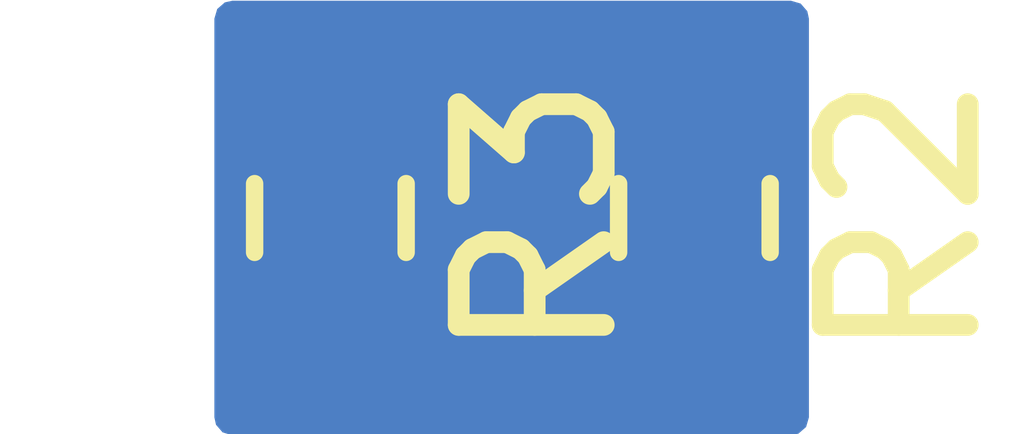
<source format=kicad_pcb>
(kicad_pcb (version 20240108) (generator "pcbnew") (generator_version "8.0")
  (layers (0 "F.Cu" signal) (31 "B.Cu" signal) (34 "B.Paste" user) (35 "F.Paste" user) (36 "B.SilkS" user "B.Silkscreen") (37 "F.SilkS" user "F.Silkscreen") (38 "B.Mask" user) (39 "F.Mask" user) (44 "Edge.Cuts" user))
  (net 0 "")
  (net 1 "GND")
  (net 2 "Net-(R2-Pad1)")
  (footprint "Resistor_SMD:R_0603_1608Metric" (layer "F.Cu") (at 129 102.2 -90)
    (property "Reference" "R3" (at 0 -1.43 90) (layer "F.SilkS"))
    (property "Value" "R")
    (fp_line (start -0.237258 0.5225) (end 0.237258 0.5225) (stroke (width 0.12)) (layer "F.SilkS"))
    (fp_line (start -0.237258 -0.5225) (end 0.237258 -0.5225) (stroke (width 0.12)) (layer "F.SilkS"))
    (pad "1" smd roundrect (at -0.825 0 270) (size 0.8 0.95) (layers "F.Cu" "F.Paste" "F.Mask") (net 2 "Net-(R2-Pad1)"))
    (pad "2" smd roundrect (at 0.825 0 270) (size 0.8 0.95) (layers "F.Cu" "F.Paste" "F.Mask") (net 1 "GND"))
  )
  (footprint "Resistor_SMD:R_0603_1608Metric" (layer "F.Cu") (at 131.51 102.2 -90)
    (property "Reference" "R2" (at 0 -1.43 90) (layer "F.SilkS"))
    (property "Value" "R")
    (fp_line (start -0.237258 0.5225) (end 0.237258 0.5225) (stroke (width 0.12)) (layer "F.SilkS"))
    (fp_line (start -0.237258 -0.5225) (end 0.237258 -0.5225) (stroke (width 0.12)) (layer "F.SilkS"))
    (pad "1" smd roundrect (at -0.825 0 270) (size 0.8 0.95) (layers "F.Cu" "F.Paste" "F.Mask") (net 2 "Net-(R2-Pad1)"))
    (pad "2" smd roundrect (at 0.825 0 270) (size 0.8 0.95) (layers "F.Cu" "F.Paste" "F.Mask") (net 1 "GND"))
  )
  (segment (start 129 103.025) (end 131.51 103.025) (width 0.2) (layer "F.Cu") (net 1))
  (segment (start 129 101.375) (end 131.51 101.375) (width 0.2) (layer "F.Cu") (net 2))
  (zone (net 0) (net_name "") (layer "B.Cu") (connect_pads (clearance 0.5)) (min_thickness 0.25) (fill yes (thermal_gap 0.5) (thermal_bridge_width 0.5) (island_removal_mode 1) (island_area_min 10))
    (polygon (pts (xy 132.3 100.7) (xy 132.3 103.7) (xy 128.2 103.7) (xy 128.2 100.7)))
  )
)
</source>
